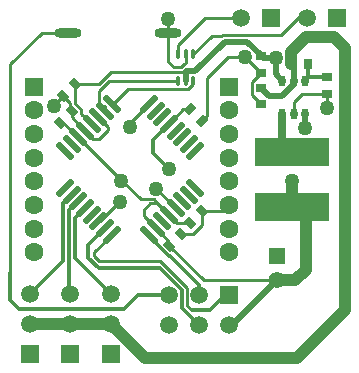
<source format=gtl>
%FSTAX23Y23*%
%MOIN*%
%SFA1B1*%

%IPPOS*%
%AMD10*
4,1,4,0.022200,-0.002800,-0.002800,0.022200,-0.022200,0.002800,0.002800,-0.022200,0.022200,-0.002800,0.0*
%
%AMD11*
4,1,4,-0.002800,-0.022200,0.022200,0.002800,0.002800,0.022200,-0.022200,-0.002800,-0.002800,-0.022200,0.0*
%
%AMD16*
4,1,4,0.027100,0.011800,0.011800,0.027100,-0.027100,-0.011800,-0.011800,-0.027100,0.027100,0.011800,0.0*
1,1,0.021650,0.019400,0.019400*
1,1,0.021650,-0.019400,-0.019400*
%
%AMD17*
4,1,4,-0.011800,0.027100,-0.027100,0.011800,0.011800,-0.027100,0.027100,-0.011800,-0.011800,0.027100,0.0*
1,1,0.021650,-0.019400,0.019400*
1,1,0.021650,0.019400,-0.019400*
%
G04~CAMADD=10~9~0.0~0.0~354.3~275.6~0.0~0.0~0~0.0~0.0~0.0~0.0~0~0.0~0.0~0.0~0.0~0~0.0~0.0~0.0~315.0~444.0~443.0*
%ADD10D10*%
G04~CAMADD=11~9~0.0~0.0~354.3~275.6~0.0~0.0~0~0.0~0.0~0.0~0.0~0~0.0~0.0~0.0~0.0~0~0.0~0.0~0.0~225.0~444.0~443.0*
%ADD11D11*%
%ADD12R,0.035430X0.027560*%
%ADD13R,0.027560X0.035430*%
%ADD14R,0.248820X0.092910*%
%ADD15O,0.015750X0.033470*%
G04~CAMADD=16~3~0.0~0.0~216.5~767.7~0.0~0.0~0~0.0~0.0~0.0~0.0~0~0.0~0.0~0.0~0.0~0~0.0~0.0~0.0~315.0~606.0~606.0*
%ADD16D16*%
G04~CAMADD=17~3~0.0~0.0~216.5~767.7~0.0~0.0~0~0.0~0.0~0.0~0.0~0~0.0~0.0~0.0~0.0~0~0.0~0.0~0.0~45.0~606.0~606.0*
%ADD17D17*%
%ADD18O,0.090550X0.031500*%
%ADD19O,0.023620X0.037400*%
%ADD20C,0.010000*%
%ADD21C,0.040000*%
%ADD22C,0.020000*%
%ADD23C,0.012000*%
%ADD24C,0.025000*%
%ADD25C,0.059060*%
%ADD26R,0.059060X0.059060*%
%ADD27R,0.059060X0.059060*%
%ADD28R,0.055120X0.055120*%
%ADD29C,0.055120*%
%ADD30C,0.062990*%
%ADD31R,0.062990X0.062990*%
%ADD32C,0.050000*%
G54D10*
X0125Y0455D03*
X01289Y04589D03*
X01299Y04679D03*
X0126Y0464D03*
X01685Y04215D03*
X01724Y04254D03*
X01615Y0414D03*
X01654Y04179D03*
G54D11*
X01685Y04594D03*
X01724Y04555D03*
G54D12*
X0214Y04702D03*
Y04647D03*
X0192Y04772D03*
Y04717D03*
Y04667D03*
Y04612D03*
G54D13*
X02022Y04745D03*
X02077D03*
G54D14*
X02025Y04451D03*
Y04268D03*
G54D15*
X01644Y0469D03*
X0167D03*
X01695D03*
X01644Y04779D03*
X0167D03*
X01695D03*
G54D16*
X01546Y04612D03*
X01569Y0459D03*
X01591Y04568D03*
X01613Y04546D03*
X01636Y04523D03*
X01658Y04501D03*
X0168Y04479D03*
X01702Y04456D03*
X01423Y04177D03*
X014Y04199D03*
X01378Y04221D03*
X01356Y04243D03*
X01333Y04266D03*
X01311Y04288D03*
X01289Y0431D03*
X01267Y04333D03*
G54D17*
X01702Y04333D03*
X0168Y0431D03*
X01658Y04288D03*
X01636Y04266D03*
X01613Y04243D03*
X01591Y04221D03*
X01569Y04199D03*
X01546Y04177D03*
X01267Y04456D03*
X01289Y04479D03*
X01311Y04501D03*
X01333Y04523D03*
X01356Y04546D03*
X01378Y04568D03*
X014Y0459D03*
X01423Y04612D03*
G54D18*
X01612Y0485D03*
X01277D03*
G54D19*
X02067Y04689D03*
X0203D03*
X01992D03*
X02067Y0458D03*
X0203D03*
X01992D03*
G54D20*
X01524Y042D02*
X01546Y04177D01*
X01085Y0405D02*
Y04745D01*
X0119Y0485*
X01277*
X01662Y04594D02*
X01685D01*
X01613Y04546D02*
X01662Y04594D01*
X01642Y04215D02*
X01685D01*
X01613Y04243D02*
X01642Y04215D01*
X01615Y0414D02*
Y04153D01*
X01569Y04199D02*
X01615Y04153D01*
X0125Y0455D02*
X01262D01*
X01311Y04501*
X01299Y04614D02*
Y04679D01*
Y04614D02*
X01322Y04591D01*
Y04579D02*
Y04591D01*
Y04579D02*
X01356Y04546D01*
X01283Y04595D02*
X01289Y04589D01*
X01283Y04595D02*
Y04617D01*
X0126Y0464D02*
X01283Y04617D01*
X0123Y0461D02*
X0126Y0464D01*
X01289Y04568D02*
Y04589D01*
Y04568D02*
X01333Y04523D01*
X01378Y04568D02*
X01411Y04535D01*
Y04526D02*
Y04535D01*
X0138Y04495D02*
X01411Y04526D01*
X01362Y04495D02*
X0138D01*
X01333Y04523D02*
X01362Y04495D01*
X01654Y04179D02*
X01694D01*
X01724Y04209*
Y04254*
X01792*
X01814Y04276*
X01572Y0433D02*
X01636Y04266D01*
X0214Y046D02*
Y04647D01*
X02057D02*
X0214D01*
X0203Y0458D02*
Y0462D01*
X02057Y04647*
X0189Y04642D02*
X0192Y04612D01*
X0189Y04642D02*
Y04687D01*
X0192Y04717*
X0167Y04789D02*
Y04792D01*
X01612Y0485D02*
Y04897D01*
X01867Y0477D02*
X0192Y04717D01*
X0167Y0475D02*
Y04779D01*
X01664Y04744D02*
X0167Y0475D01*
X01663Y04744D02*
X01664D01*
X01653Y04735D02*
X01663Y04744D01*
X0163Y04735D02*
X01653D01*
X01612Y04752D02*
X0163Y04735D01*
X01612Y04752D02*
Y0485D01*
X01644Y04779D02*
Y04809D01*
X01735Y049*
X01855*
X02045D02*
X02075D01*
X01986Y04841D02*
X02045Y049D01*
X0179Y04841D02*
X01986D01*
X01789Y0484D02*
X0179Y04841D01*
X01756Y0484D02*
X01789D01*
X01695Y04779D02*
X01756Y0484D01*
X01415Y0469D02*
X01644D01*
X01381Y04656D02*
X01415Y0469D01*
X01381Y04604D02*
Y04656D01*
X014Y0459D02*
Y04604D01*
X01381D02*
X014D01*
X01423Y04612D02*
X01427D01*
X01477Y04662*
X01677*
X01695Y0468*
Y0469*
X0123Y04605D02*
Y0461D01*
X01485Y04535D02*
Y0455D01*
X01546Y04612*
X01674Y03998D02*
X01675Y03999D01*
X01584Y0409D02*
X01675Y03999D01*
X01674Y0394D02*
Y03998D01*
Y0394D02*
X0169Y03925D01*
X01379Y0409D02*
X01584D01*
X01365Y04104D02*
X01379Y0409D01*
X01365Y04104D02*
Y04119D01*
X01423Y04177*
X01575Y04282D02*
X01613Y04243D01*
X01552Y04282D02*
X01575D01*
X0153Y0426D02*
X01552Y04282D01*
X0153Y04238D02*
Y0426D01*
Y04238D02*
X01569Y04199D01*
X01615Y0414D02*
X0173Y04025D01*
X01975*
X01519Y04294D02*
X01563D01*
X01575Y04282*
X01299Y04679D02*
X01381D01*
X0142Y04718*
X01666*
X01671Y04723*
X0181Y0477D02*
X01867D01*
X01455Y04355D02*
Y04358D01*
X01311Y04501D02*
X01455Y04358D01*
X01519Y04294*
X01724Y04555D02*
X0174Y04571D01*
Y047*
X0181Y0477*
G54D21*
X01975Y04025D02*
X02035D01*
X0207Y0406*
Y04268*
X02022Y04745D02*
Y04787D01*
X0207Y04835*
X02165*
X022Y048*
Y03925D02*
Y048D01*
X0204Y03765D02*
X022Y03925D01*
X01535Y03765D02*
X0204D01*
X0142Y0388D02*
X01535Y03765D01*
X01285Y0388D02*
X0142D01*
X0115D02*
X01285D01*
X02025Y04268D02*
Y04355D01*
G54D22*
X0192Y04667D02*
X01947Y0464D01*
X01989*
X0203Y04689D02*
Y04737D01*
X02022Y04745D02*
X0203Y04737D01*
X01989Y0464D02*
X0203Y0468D01*
Y04689*
X02067Y04532D02*
Y0458D01*
X01927Y04765D02*
X0197D01*
X0192Y04772D02*
X01927Y04765D01*
X0197Y04711D02*
Y04765D01*
Y04711D02*
X01992Y04689D01*
X0167Y0469D02*
X01671Y04692D01*
Y04723*
X01702*
X01799Y0482*
X01875*
X0192Y04775*
Y04772D02*
Y04775D01*
X01815Y03875D02*
X01824D01*
X01975Y04025*
G54D23*
X0208Y04702D02*
X0214D01*
X02077Y04699D02*
Y04745D01*
X02067Y04689D02*
X02077Y04699D01*
X0208Y04702*
X013Y041D02*
X0142Y0398D01*
X013Y041D02*
Y04232D01*
X01333Y04266*
X01282Y03983D02*
X01285Y0398D01*
X01282Y03983D02*
Y04258D01*
X01311Y04288*
X0115Y0398D02*
X0126Y0409D01*
Y04281*
X01289Y0431*
X0151Y03975D02*
X01615D01*
X01465Y0393D02*
X0151Y03975D01*
X01115Y0393D02*
X01465D01*
X01085Y0396D02*
X01115Y0393D01*
X01085Y0396D02*
Y0405D01*
X01345Y041D02*
X0138Y04065D01*
X01345Y041D02*
Y04143D01*
X014Y04199*
X01715Y03975D02*
Y04009D01*
X01617Y04106D02*
X01715Y04009D01*
X01613Y04106D02*
X01617D01*
X01546Y04172D02*
X01613Y04106D01*
X01546Y04172D02*
Y04177D01*
X018Y03975D02*
X01815D01*
X0175Y03925D02*
X018Y03975D01*
X0169Y03925D02*
X0175D01*
X01656Y03933D02*
X01715Y03875D01*
X01656Y03933D02*
Y03992D01*
X01386Y04221D02*
X0145Y04285D01*
X01378Y04221D02*
X01386D01*
X01583Y04065D02*
X01656Y03992D01*
X0138Y04065D02*
X01583D01*
X0156Y0445D02*
X01615Y04395D01*
X0156Y0445D02*
Y04492D01*
X01613Y04546*
G54D24*
X01992Y04483D02*
Y0458D01*
Y04483D02*
X02025Y04451D01*
G54D25*
X0142Y0398D03*
Y0388D03*
X01285Y0398D03*
Y0388D03*
X0115Y0398D03*
Y0388D03*
X01615Y03875D03*
Y03975D03*
X01715Y03875D03*
Y03975D03*
X01815Y03875D03*
X02075Y049D03*
X01855D03*
G54D26*
X0142Y0378D03*
X01285D03*
X0115D03*
G54D27*
X01815Y03975D03*
X02175Y049D03*
X01955D03*
G54D28*
X01975Y04104D03*
G54D29*
X01975Y04025D03*
G54D30*
X01165Y04118D03*
Y04197D03*
Y04276D03*
Y04355D03*
Y04433D03*
Y04512D03*
Y04591D03*
X01814Y04118D03*
Y04197D03*
Y04276D03*
Y04355D03*
Y04433D03*
Y04512D03*
Y04591D03*
G54D31*
X01165Y0467D03*
X01814D03*
G54D32*
X01572Y0433D03*
X0214Y046D03*
X02067Y04532D03*
X0197Y04765D03*
X01612Y04897D03*
X01867Y0477D03*
X0123Y04605D03*
X01485Y04535D03*
X0145Y04285D03*
X02025Y04355D03*
X01615Y04395D03*
X01455Y04355D03*
M02*
</source>
